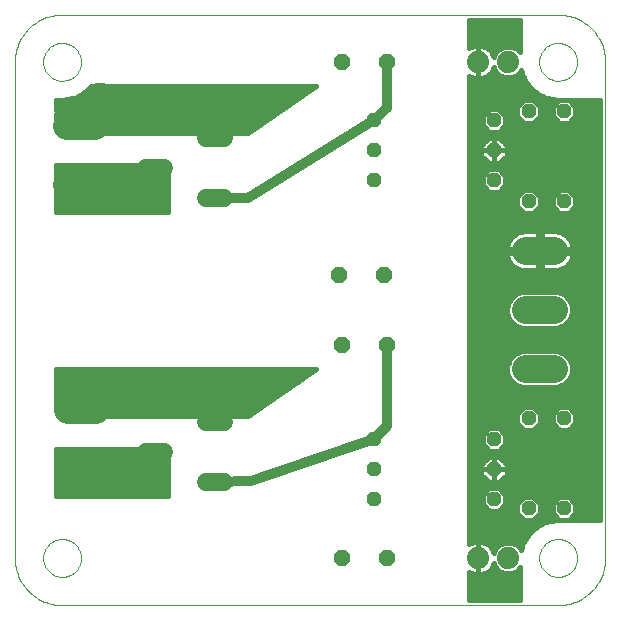
<source format=gbl>
G75*
G70*
%OFA0B0*%
%FSLAX24Y24*%
%IPPOS*%
%LPD*%
%AMOC8*
5,1,8,0,0,1.08239X$1,22.5*
%
%ADD10C,0.0000*%
%ADD11C,0.0937*%
%ADD12OC8,0.0480*%
%ADD13C,0.0740*%
%ADD14OC8,0.0540*%
%ADD15C,0.0600*%
%ADD16C,0.0160*%
%ADD17C,0.0560*%
%ADD18R,0.0356X0.0356*%
%ADD19C,0.0320*%
D10*
X005612Y004990D02*
X005612Y021526D01*
X006557Y021526D02*
X006559Y021576D01*
X006565Y021626D01*
X006575Y021675D01*
X006589Y021723D01*
X006606Y021770D01*
X006627Y021815D01*
X006652Y021859D01*
X006680Y021900D01*
X006712Y021939D01*
X006746Y021976D01*
X006783Y022010D01*
X006823Y022040D01*
X006865Y022067D01*
X006909Y022091D01*
X006955Y022112D01*
X007002Y022128D01*
X007050Y022141D01*
X007100Y022150D01*
X007149Y022155D01*
X007200Y022156D01*
X007250Y022153D01*
X007299Y022146D01*
X007348Y022135D01*
X007396Y022120D01*
X007442Y022102D01*
X007487Y022080D01*
X007530Y022054D01*
X007571Y022025D01*
X007610Y021993D01*
X007646Y021958D01*
X007678Y021920D01*
X007708Y021880D01*
X007735Y021837D01*
X007758Y021793D01*
X007777Y021747D01*
X007793Y021699D01*
X007805Y021650D01*
X007813Y021601D01*
X007817Y021551D01*
X007817Y021501D01*
X007813Y021451D01*
X007805Y021402D01*
X007793Y021353D01*
X007777Y021305D01*
X007758Y021259D01*
X007735Y021215D01*
X007708Y021172D01*
X007678Y021132D01*
X007646Y021094D01*
X007610Y021059D01*
X007571Y021027D01*
X007530Y020998D01*
X007487Y020972D01*
X007442Y020950D01*
X007396Y020932D01*
X007348Y020917D01*
X007299Y020906D01*
X007250Y020899D01*
X007200Y020896D01*
X007149Y020897D01*
X007100Y020902D01*
X007050Y020911D01*
X007002Y020924D01*
X006955Y020940D01*
X006909Y020961D01*
X006865Y020985D01*
X006823Y021012D01*
X006783Y021042D01*
X006746Y021076D01*
X006712Y021113D01*
X006680Y021152D01*
X006652Y021193D01*
X006627Y021237D01*
X006606Y021282D01*
X006589Y021329D01*
X006575Y021377D01*
X006565Y021426D01*
X006559Y021476D01*
X006557Y021526D01*
X005612Y021526D02*
X005614Y021603D01*
X005620Y021680D01*
X005629Y021757D01*
X005642Y021833D01*
X005659Y021909D01*
X005680Y021983D01*
X005704Y022057D01*
X005732Y022129D01*
X005763Y022199D01*
X005798Y022268D01*
X005836Y022336D01*
X005877Y022401D01*
X005922Y022464D01*
X005970Y022525D01*
X006020Y022584D01*
X006073Y022640D01*
X006129Y022693D01*
X006188Y022743D01*
X006249Y022791D01*
X006312Y022836D01*
X006377Y022877D01*
X006445Y022915D01*
X006514Y022950D01*
X006584Y022981D01*
X006656Y023009D01*
X006730Y023033D01*
X006804Y023054D01*
X006880Y023071D01*
X006956Y023084D01*
X007033Y023093D01*
X007110Y023099D01*
X007187Y023101D01*
X023722Y023101D01*
X023092Y021526D02*
X023094Y021576D01*
X023100Y021626D01*
X023110Y021675D01*
X023124Y021723D01*
X023141Y021770D01*
X023162Y021815D01*
X023187Y021859D01*
X023215Y021900D01*
X023247Y021939D01*
X023281Y021976D01*
X023318Y022010D01*
X023358Y022040D01*
X023400Y022067D01*
X023444Y022091D01*
X023490Y022112D01*
X023537Y022128D01*
X023585Y022141D01*
X023635Y022150D01*
X023684Y022155D01*
X023735Y022156D01*
X023785Y022153D01*
X023834Y022146D01*
X023883Y022135D01*
X023931Y022120D01*
X023977Y022102D01*
X024022Y022080D01*
X024065Y022054D01*
X024106Y022025D01*
X024145Y021993D01*
X024181Y021958D01*
X024213Y021920D01*
X024243Y021880D01*
X024270Y021837D01*
X024293Y021793D01*
X024312Y021747D01*
X024328Y021699D01*
X024340Y021650D01*
X024348Y021601D01*
X024352Y021551D01*
X024352Y021501D01*
X024348Y021451D01*
X024340Y021402D01*
X024328Y021353D01*
X024312Y021305D01*
X024293Y021259D01*
X024270Y021215D01*
X024243Y021172D01*
X024213Y021132D01*
X024181Y021094D01*
X024145Y021059D01*
X024106Y021027D01*
X024065Y020998D01*
X024022Y020972D01*
X023977Y020950D01*
X023931Y020932D01*
X023883Y020917D01*
X023834Y020906D01*
X023785Y020899D01*
X023735Y020896D01*
X023684Y020897D01*
X023635Y020902D01*
X023585Y020911D01*
X023537Y020924D01*
X023490Y020940D01*
X023444Y020961D01*
X023400Y020985D01*
X023358Y021012D01*
X023318Y021042D01*
X023281Y021076D01*
X023247Y021113D01*
X023215Y021152D01*
X023187Y021193D01*
X023162Y021237D01*
X023141Y021282D01*
X023124Y021329D01*
X023110Y021377D01*
X023100Y021426D01*
X023094Y021476D01*
X023092Y021526D01*
X023722Y023101D02*
X023799Y023099D01*
X023876Y023093D01*
X023953Y023084D01*
X024029Y023071D01*
X024105Y023054D01*
X024179Y023033D01*
X024253Y023009D01*
X024325Y022981D01*
X024395Y022950D01*
X024464Y022915D01*
X024532Y022877D01*
X024597Y022836D01*
X024660Y022791D01*
X024721Y022743D01*
X024780Y022693D01*
X024836Y022640D01*
X024889Y022584D01*
X024939Y022525D01*
X024987Y022464D01*
X025032Y022401D01*
X025073Y022336D01*
X025111Y022268D01*
X025146Y022199D01*
X025177Y022129D01*
X025205Y022057D01*
X025229Y021983D01*
X025250Y021909D01*
X025267Y021833D01*
X025280Y021757D01*
X025289Y021680D01*
X025295Y021603D01*
X025297Y021526D01*
X025297Y004990D01*
X023092Y004990D02*
X023094Y005040D01*
X023100Y005090D01*
X023110Y005139D01*
X023124Y005187D01*
X023141Y005234D01*
X023162Y005279D01*
X023187Y005323D01*
X023215Y005364D01*
X023247Y005403D01*
X023281Y005440D01*
X023318Y005474D01*
X023358Y005504D01*
X023400Y005531D01*
X023444Y005555D01*
X023490Y005576D01*
X023537Y005592D01*
X023585Y005605D01*
X023635Y005614D01*
X023684Y005619D01*
X023735Y005620D01*
X023785Y005617D01*
X023834Y005610D01*
X023883Y005599D01*
X023931Y005584D01*
X023977Y005566D01*
X024022Y005544D01*
X024065Y005518D01*
X024106Y005489D01*
X024145Y005457D01*
X024181Y005422D01*
X024213Y005384D01*
X024243Y005344D01*
X024270Y005301D01*
X024293Y005257D01*
X024312Y005211D01*
X024328Y005163D01*
X024340Y005114D01*
X024348Y005065D01*
X024352Y005015D01*
X024352Y004965D01*
X024348Y004915D01*
X024340Y004866D01*
X024328Y004817D01*
X024312Y004769D01*
X024293Y004723D01*
X024270Y004679D01*
X024243Y004636D01*
X024213Y004596D01*
X024181Y004558D01*
X024145Y004523D01*
X024106Y004491D01*
X024065Y004462D01*
X024022Y004436D01*
X023977Y004414D01*
X023931Y004396D01*
X023883Y004381D01*
X023834Y004370D01*
X023785Y004363D01*
X023735Y004360D01*
X023684Y004361D01*
X023635Y004366D01*
X023585Y004375D01*
X023537Y004388D01*
X023490Y004404D01*
X023444Y004425D01*
X023400Y004449D01*
X023358Y004476D01*
X023318Y004506D01*
X023281Y004540D01*
X023247Y004577D01*
X023215Y004616D01*
X023187Y004657D01*
X023162Y004701D01*
X023141Y004746D01*
X023124Y004793D01*
X023110Y004841D01*
X023100Y004890D01*
X023094Y004940D01*
X023092Y004990D01*
X023722Y003415D02*
X023799Y003417D01*
X023876Y003423D01*
X023953Y003432D01*
X024029Y003445D01*
X024105Y003462D01*
X024179Y003483D01*
X024253Y003507D01*
X024325Y003535D01*
X024395Y003566D01*
X024464Y003601D01*
X024532Y003639D01*
X024597Y003680D01*
X024660Y003725D01*
X024721Y003773D01*
X024780Y003823D01*
X024836Y003876D01*
X024889Y003932D01*
X024939Y003991D01*
X024987Y004052D01*
X025032Y004115D01*
X025073Y004180D01*
X025111Y004248D01*
X025146Y004317D01*
X025177Y004387D01*
X025205Y004459D01*
X025229Y004533D01*
X025250Y004607D01*
X025267Y004683D01*
X025280Y004759D01*
X025289Y004836D01*
X025295Y004913D01*
X025297Y004990D01*
X023722Y003416D02*
X007187Y003416D01*
X006557Y004990D02*
X006559Y005040D01*
X006565Y005090D01*
X006575Y005139D01*
X006589Y005187D01*
X006606Y005234D01*
X006627Y005279D01*
X006652Y005323D01*
X006680Y005364D01*
X006712Y005403D01*
X006746Y005440D01*
X006783Y005474D01*
X006823Y005504D01*
X006865Y005531D01*
X006909Y005555D01*
X006955Y005576D01*
X007002Y005592D01*
X007050Y005605D01*
X007100Y005614D01*
X007149Y005619D01*
X007200Y005620D01*
X007250Y005617D01*
X007299Y005610D01*
X007348Y005599D01*
X007396Y005584D01*
X007442Y005566D01*
X007487Y005544D01*
X007530Y005518D01*
X007571Y005489D01*
X007610Y005457D01*
X007646Y005422D01*
X007678Y005384D01*
X007708Y005344D01*
X007735Y005301D01*
X007758Y005257D01*
X007777Y005211D01*
X007793Y005163D01*
X007805Y005114D01*
X007813Y005065D01*
X007817Y005015D01*
X007817Y004965D01*
X007813Y004915D01*
X007805Y004866D01*
X007793Y004817D01*
X007777Y004769D01*
X007758Y004723D01*
X007735Y004679D01*
X007708Y004636D01*
X007678Y004596D01*
X007646Y004558D01*
X007610Y004523D01*
X007571Y004491D01*
X007530Y004462D01*
X007487Y004436D01*
X007442Y004414D01*
X007396Y004396D01*
X007348Y004381D01*
X007299Y004370D01*
X007250Y004363D01*
X007200Y004360D01*
X007149Y004361D01*
X007100Y004366D01*
X007050Y004375D01*
X007002Y004388D01*
X006955Y004404D01*
X006909Y004425D01*
X006865Y004449D01*
X006823Y004476D01*
X006783Y004506D01*
X006746Y004540D01*
X006712Y004577D01*
X006680Y004616D01*
X006652Y004657D01*
X006627Y004701D01*
X006606Y004746D01*
X006589Y004793D01*
X006575Y004841D01*
X006565Y004890D01*
X006559Y004940D01*
X006557Y004990D01*
X005612Y004990D02*
X005614Y004913D01*
X005620Y004836D01*
X005629Y004759D01*
X005642Y004683D01*
X005659Y004607D01*
X005680Y004533D01*
X005704Y004459D01*
X005732Y004387D01*
X005763Y004317D01*
X005798Y004248D01*
X005836Y004180D01*
X005877Y004115D01*
X005922Y004052D01*
X005970Y003991D01*
X006020Y003932D01*
X006073Y003876D01*
X006129Y003823D01*
X006188Y003773D01*
X006249Y003725D01*
X006312Y003680D01*
X006377Y003639D01*
X006445Y003601D01*
X006514Y003566D01*
X006584Y003535D01*
X006656Y003507D01*
X006730Y003483D01*
X006804Y003462D01*
X006880Y003445D01*
X006956Y003432D01*
X007033Y003423D01*
X007110Y003417D01*
X007187Y003415D01*
D11*
X007375Y007943D02*
X008312Y007943D01*
X008312Y009912D02*
X007375Y009912D01*
X007363Y017419D02*
X008300Y017419D01*
X008300Y019387D02*
X007363Y019387D01*
X022643Y015227D02*
X023580Y015227D01*
X023580Y013258D02*
X022643Y013258D01*
X022643Y011290D02*
X023580Y011290D01*
D12*
X023919Y009640D03*
X022738Y009640D03*
X021588Y008943D03*
X021588Y007943D03*
X021588Y006943D03*
X022738Y006640D03*
X023919Y006640D03*
X017588Y006943D03*
X017588Y007943D03*
X017588Y008943D03*
X022738Y016876D03*
X023919Y016876D03*
X021588Y017573D03*
X021588Y018573D03*
X021588Y019573D03*
X022738Y019876D03*
X023919Y019876D03*
X017588Y019573D03*
X017588Y018573D03*
X017588Y017573D03*
D13*
X021057Y021526D03*
X022057Y021526D03*
X022057Y004990D03*
X021057Y004990D03*
D14*
X018029Y004990D03*
X016529Y004990D03*
X016529Y012077D03*
X018029Y012077D03*
X017931Y014439D03*
X016431Y014439D03*
X016529Y021526D03*
X018029Y021526D03*
D15*
X012589Y018983D02*
X011989Y018983D01*
X010589Y017983D02*
X009989Y017983D01*
X011989Y016983D02*
X012589Y016983D01*
X012589Y009534D02*
X011989Y009534D01*
X010589Y008534D02*
X009989Y008534D01*
X011989Y007534D02*
X012589Y007534D01*
D16*
X010730Y007537D02*
X008818Y007537D01*
X008801Y007515D02*
X008853Y007582D01*
X008895Y007656D01*
X008928Y007734D01*
X008950Y007816D01*
X008959Y007885D01*
X007902Y007885D01*
X007902Y008001D01*
X008959Y008001D01*
X008950Y008070D01*
X008928Y008152D01*
X008895Y008231D01*
X008853Y008304D01*
X008801Y008372D01*
X008741Y008432D01*
X008673Y008484D01*
X008600Y008526D01*
X008521Y008559D01*
X008439Y008581D01*
X008355Y008592D01*
X007901Y008592D01*
X007901Y008001D01*
X007786Y008001D01*
X007786Y008592D01*
X007333Y008592D01*
X007248Y008581D01*
X007166Y008559D01*
X007088Y008526D01*
X007014Y008484D01*
X006990Y008465D01*
X006990Y008632D01*
X009519Y008632D01*
X009509Y008572D01*
X009509Y008554D01*
X010269Y008554D01*
X010269Y008514D01*
X009509Y008514D01*
X009509Y008496D01*
X009521Y008421D01*
X009544Y008349D01*
X009578Y008282D01*
X009623Y008221D01*
X009676Y008168D01*
X009737Y008123D01*
X009805Y008089D01*
X009877Y008066D01*
X009951Y008054D01*
X010269Y008054D01*
X010269Y008514D01*
X010309Y008514D01*
X010309Y008554D01*
X010730Y008554D01*
X010730Y008514D01*
X010309Y008514D01*
X010309Y008054D01*
X010627Y008054D01*
X010701Y008066D01*
X010730Y008075D01*
X010730Y007057D01*
X006990Y007057D01*
X006990Y007422D01*
X007014Y007403D01*
X007088Y007360D01*
X007166Y007328D01*
X007248Y007306D01*
X007333Y007295D01*
X007786Y007295D01*
X007786Y007885D01*
X007901Y007885D01*
X007901Y007295D01*
X008355Y007295D01*
X008439Y007306D01*
X008521Y007328D01*
X008600Y007360D01*
X008673Y007403D01*
X008741Y007455D01*
X008801Y007515D01*
X008911Y007695D02*
X010730Y007695D01*
X010730Y007854D02*
X008955Y007854D01*
X008957Y008012D02*
X010730Y008012D01*
X010309Y008171D02*
X010269Y008171D01*
X010269Y008329D02*
X010309Y008329D01*
X010309Y008488D02*
X010269Y008488D01*
X009673Y008171D02*
X008920Y008171D01*
X008833Y008329D02*
X009555Y008329D01*
X009510Y008488D02*
X008666Y008488D01*
X007901Y008488D02*
X007786Y008488D01*
X007786Y008329D02*
X007901Y008329D01*
X007901Y008171D02*
X007786Y008171D01*
X007786Y008012D02*
X007901Y008012D01*
X007786Y008001D02*
X007786Y007885D01*
X006990Y007885D01*
X006990Y008001D01*
X007786Y008001D01*
X007786Y007854D02*
X007901Y007854D01*
X007901Y007695D02*
X007786Y007695D01*
X007786Y007537D02*
X007901Y007537D01*
X007901Y007378D02*
X007786Y007378D01*
X007057Y007378D02*
X006990Y007378D01*
X006990Y007220D02*
X010730Y007220D01*
X010730Y007378D02*
X008631Y007378D01*
X006990Y007061D02*
X010730Y007061D01*
X012269Y009749D02*
X012269Y010014D01*
X011951Y010014D01*
X011877Y010002D01*
X011805Y009979D01*
X011737Y009944D01*
X011676Y009900D01*
X011623Y009846D01*
X011578Y009785D01*
X011571Y009771D01*
X008958Y009851D01*
X008959Y009854D01*
X008868Y009854D01*
X007902Y009884D01*
X007902Y009969D01*
X008959Y009969D01*
X008950Y010038D01*
X008928Y010121D01*
X008895Y010199D01*
X008853Y010273D01*
X008801Y010340D01*
X008741Y010400D01*
X008673Y010452D01*
X008600Y010495D01*
X008521Y010527D01*
X008439Y010549D01*
X008355Y010560D01*
X007901Y010560D01*
X007901Y009969D01*
X007786Y009969D01*
X007786Y009887D01*
X006990Y009912D01*
X006990Y009969D01*
X007786Y009969D01*
X007786Y010560D01*
X007333Y010560D01*
X007248Y010549D01*
X007166Y010527D01*
X007088Y010495D01*
X007014Y010452D01*
X006990Y010433D01*
X006990Y011290D01*
X015651Y011290D01*
X013387Y009715D01*
X013030Y009726D01*
X013000Y009785D01*
X012955Y009846D01*
X012902Y009900D01*
X012841Y009944D01*
X012773Y009979D01*
X012701Y010002D01*
X012627Y010014D01*
X012309Y010014D01*
X012309Y009748D01*
X012269Y009749D01*
X012269Y009756D02*
X012309Y009756D01*
X012309Y009914D02*
X012269Y009914D01*
X011696Y009914D02*
X007902Y009914D01*
X007786Y009914D02*
X006990Y009914D01*
X006990Y010548D02*
X007245Y010548D01*
X006990Y010707D02*
X014813Y010707D01*
X015041Y010865D02*
X006990Y010865D01*
X006990Y011024D02*
X015269Y011024D01*
X015497Y011182D02*
X006990Y011182D01*
X007786Y010548D02*
X007901Y010548D01*
X007901Y010390D02*
X007786Y010390D01*
X007786Y010231D02*
X007901Y010231D01*
X007901Y010073D02*
X007786Y010073D01*
X008443Y010548D02*
X014585Y010548D01*
X014357Y010390D02*
X008751Y010390D01*
X008877Y010231D02*
X014130Y010231D01*
X013902Y010073D02*
X008940Y010073D01*
X007021Y008488D02*
X006990Y008488D01*
X012882Y009914D02*
X013674Y009914D01*
X013446Y009756D02*
X013015Y009756D01*
X013289Y009912D02*
X013289Y010896D01*
X014273Y010699D01*
X020769Y010707D02*
X022461Y010707D01*
X022522Y010681D02*
X022299Y010774D01*
X022127Y010945D01*
X022035Y011169D01*
X022035Y011411D01*
X022127Y011634D01*
X022299Y011805D01*
X022522Y011898D01*
X023701Y011898D01*
X023925Y011805D01*
X024096Y011634D01*
X024189Y011411D01*
X024189Y011169D01*
X024096Y010945D01*
X023925Y010774D01*
X023701Y010681D01*
X022522Y010681D01*
X022207Y010865D02*
X020769Y010865D01*
X020769Y011024D02*
X022095Y011024D01*
X022035Y011182D02*
X020769Y011182D01*
X020769Y011341D02*
X022035Y011341D01*
X022071Y011499D02*
X020769Y011499D01*
X020769Y011658D02*
X022151Y011658D01*
X022324Y011816D02*
X020769Y011816D01*
X020769Y011975D02*
X025117Y011975D01*
X025117Y012133D02*
X020769Y012133D01*
X020769Y012292D02*
X025117Y012292D01*
X025117Y012450D02*
X020769Y012450D01*
X020769Y012609D02*
X025117Y012609D01*
X025117Y012767D02*
X023950Y012767D01*
X023925Y012742D02*
X024096Y012913D01*
X024189Y013137D01*
X024189Y013379D01*
X024096Y013603D01*
X023925Y013774D01*
X023701Y013867D01*
X022522Y013867D01*
X022299Y013774D01*
X022127Y013603D01*
X022035Y013379D01*
X022035Y013137D01*
X022127Y012913D01*
X022299Y012742D01*
X022522Y012650D01*
X023701Y012650D01*
X023925Y012742D01*
X024101Y012926D02*
X025117Y012926D01*
X025117Y013084D02*
X024167Y013084D01*
X024189Y013243D02*
X025117Y013243D01*
X025117Y013401D02*
X024180Y013401D01*
X024114Y013560D02*
X025117Y013560D01*
X025117Y013718D02*
X023981Y013718D01*
X023707Y014589D02*
X023789Y014611D01*
X023868Y014644D01*
X023941Y014686D01*
X024009Y014738D01*
X024069Y014798D01*
X024121Y014866D01*
X024163Y014939D01*
X024196Y015018D01*
X024218Y015100D01*
X024227Y015169D01*
X023170Y015169D01*
X023170Y015284D01*
X024227Y015284D01*
X024218Y015353D01*
X024196Y015436D01*
X024163Y015514D01*
X024121Y015588D01*
X024069Y015655D01*
X024009Y015715D01*
X023941Y015767D01*
X023868Y015810D01*
X023789Y015842D01*
X023707Y015864D01*
X023623Y015875D01*
X023170Y015875D01*
X023170Y015284D01*
X023054Y015284D01*
X023054Y015169D01*
X021997Y015169D01*
X022006Y015100D01*
X022028Y015018D01*
X022060Y014939D01*
X022103Y014866D01*
X022155Y014798D01*
X022215Y014738D01*
X022282Y014686D01*
X022356Y014644D01*
X022434Y014611D01*
X022517Y014589D01*
X022601Y014578D01*
X023054Y014578D01*
X023054Y015169D01*
X023170Y015169D01*
X023170Y014578D01*
X023623Y014578D01*
X023707Y014589D01*
X023912Y014669D02*
X025117Y014669D01*
X025117Y014511D02*
X020769Y014511D01*
X020769Y014669D02*
X022312Y014669D01*
X022132Y014828D02*
X020769Y014828D01*
X020769Y014986D02*
X022041Y014986D01*
X022000Y015145D02*
X020769Y015145D01*
X020769Y015303D02*
X021999Y015303D01*
X021997Y015284D02*
X023054Y015284D01*
X023054Y015875D01*
X022601Y015875D01*
X022517Y015864D01*
X022434Y015842D01*
X022356Y015810D01*
X022282Y015767D01*
X022215Y015715D01*
X022155Y015655D01*
X022103Y015588D01*
X022060Y015514D01*
X022028Y015436D01*
X022006Y015353D01*
X021997Y015284D01*
X022039Y015462D02*
X020769Y015462D01*
X020769Y015620D02*
X022128Y015620D01*
X022302Y015779D02*
X020769Y015779D01*
X020769Y015937D02*
X025117Y015937D01*
X025117Y015779D02*
X023921Y015779D01*
X024096Y015620D02*
X025117Y015620D01*
X025117Y015462D02*
X024185Y015462D01*
X024224Y015303D02*
X025117Y015303D01*
X025117Y015145D02*
X024224Y015145D01*
X024183Y014986D02*
X025117Y014986D01*
X025117Y014828D02*
X024092Y014828D01*
X023170Y014828D02*
X023054Y014828D01*
X023054Y014986D02*
X023170Y014986D01*
X023170Y015145D02*
X023054Y015145D01*
X023054Y015303D02*
X023170Y015303D01*
X023170Y015462D02*
X023054Y015462D01*
X023054Y015620D02*
X023170Y015620D01*
X023170Y015779D02*
X023054Y015779D01*
X022895Y016496D02*
X022580Y016496D01*
X022358Y016719D01*
X022358Y017034D01*
X022580Y017256D01*
X022895Y017256D01*
X023118Y017034D01*
X023118Y016719D01*
X022895Y016496D01*
X022970Y016571D02*
X023687Y016571D01*
X023761Y016496D02*
X023539Y016719D01*
X023539Y017034D01*
X023761Y017256D01*
X024076Y017256D01*
X024299Y017034D01*
X024299Y016719D01*
X024076Y016496D01*
X023761Y016496D01*
X023539Y016730D02*
X023118Y016730D01*
X023118Y016888D02*
X023539Y016888D01*
X023552Y017047D02*
X023105Y017047D01*
X022946Y017205D02*
X023710Y017205D01*
X024127Y017205D02*
X025117Y017205D01*
X025117Y017047D02*
X024286Y017047D01*
X024299Y016888D02*
X025117Y016888D01*
X025117Y016730D02*
X024299Y016730D01*
X024151Y016571D02*
X025117Y016571D01*
X025117Y016413D02*
X020769Y016413D01*
X020769Y016571D02*
X022506Y016571D01*
X022358Y016730D02*
X020769Y016730D01*
X020769Y016888D02*
X022358Y016888D01*
X022371Y017047D02*
X020769Y017047D01*
X020769Y017205D02*
X021419Y017205D01*
X021431Y017193D02*
X021746Y017193D01*
X021968Y017416D01*
X021968Y017730D01*
X021746Y017953D01*
X021431Y017953D01*
X021208Y017730D01*
X021208Y017416D01*
X021431Y017193D01*
X021260Y017364D02*
X020769Y017364D01*
X020769Y017522D02*
X021208Y017522D01*
X021208Y017681D02*
X020769Y017681D01*
X020769Y017839D02*
X021317Y017839D01*
X021414Y018153D02*
X021168Y018399D01*
X021168Y018573D01*
X021588Y018573D01*
X021588Y018573D01*
X021588Y018573D01*
X021588Y018153D01*
X021414Y018153D01*
X021411Y018156D02*
X020769Y018156D01*
X020769Y017998D02*
X025117Y017998D01*
X025117Y018156D02*
X021765Y018156D01*
X021762Y018153D02*
X022008Y018399D01*
X022008Y018573D01*
X021588Y018573D01*
X021168Y018573D01*
X021168Y018747D01*
X021414Y018993D01*
X021588Y018993D01*
X021588Y018573D01*
X021588Y018573D01*
X021588Y018153D01*
X021762Y018153D01*
X021588Y018156D02*
X021588Y018156D01*
X021588Y018315D02*
X021588Y018315D01*
X021588Y018473D02*
X021588Y018473D01*
X021588Y018573D02*
X021588Y018573D01*
X021588Y018993D01*
X021762Y018993D01*
X022008Y018747D01*
X022008Y018573D01*
X021588Y018573D01*
X021588Y018632D02*
X021588Y018632D01*
X021588Y018790D02*
X021588Y018790D01*
X021588Y018949D02*
X021588Y018949D01*
X021370Y018949D02*
X020769Y018949D01*
X020769Y019107D02*
X025117Y019107D01*
X025117Y018949D02*
X021807Y018949D01*
X021965Y018790D02*
X025117Y018790D01*
X025117Y018632D02*
X022008Y018632D01*
X022008Y018473D02*
X025117Y018473D01*
X025117Y018315D02*
X021924Y018315D01*
X021860Y017839D02*
X025117Y017839D01*
X025117Y017681D02*
X021968Y017681D01*
X021968Y017522D02*
X025117Y017522D01*
X025117Y017364D02*
X021916Y017364D01*
X021758Y017205D02*
X022529Y017205D01*
X021253Y018315D02*
X020769Y018315D01*
X020769Y018473D02*
X021168Y018473D01*
X021168Y018632D02*
X020769Y018632D01*
X020769Y018790D02*
X021211Y018790D01*
X021431Y019193D02*
X021746Y019193D01*
X021968Y019416D01*
X021968Y019730D01*
X021746Y019953D01*
X021431Y019953D01*
X021208Y019730D01*
X021208Y019416D01*
X021431Y019193D01*
X021358Y019266D02*
X020769Y019266D01*
X020769Y019424D02*
X021208Y019424D01*
X021208Y019583D02*
X020769Y019583D01*
X020769Y019741D02*
X021219Y019741D01*
X021377Y019900D02*
X020769Y019900D01*
X020769Y020058D02*
X022382Y020058D01*
X022358Y020034D02*
X022358Y019719D01*
X022580Y019496D01*
X022895Y019496D01*
X023118Y019719D01*
X023118Y020034D01*
X022895Y020256D01*
X022580Y020256D01*
X022358Y020034D01*
X022358Y019900D02*
X021799Y019900D01*
X021958Y019741D02*
X022358Y019741D01*
X022494Y019583D02*
X021968Y019583D01*
X021968Y019424D02*
X025117Y019424D01*
X025117Y019266D02*
X021818Y019266D01*
X022541Y020217D02*
X020769Y020217D01*
X020769Y020375D02*
X023204Y020375D01*
X023198Y020379D02*
X023222Y020365D01*
X023228Y020367D01*
X023336Y020327D01*
X023340Y020321D01*
X023367Y020316D01*
X023392Y020306D01*
X023398Y020309D01*
X023511Y020284D01*
X023515Y020279D01*
X023543Y020277D01*
X023569Y020272D01*
X023575Y020275D01*
X023687Y020267D01*
X023689Y020265D01*
X023719Y020265D01*
X023749Y020263D01*
X023752Y020265D01*
X025117Y020265D01*
X025117Y006252D01*
X023752Y006252D01*
X023749Y006254D01*
X023719Y006252D01*
X023689Y006252D01*
X023687Y006249D01*
X023575Y006241D01*
X023569Y006245D01*
X023543Y006239D01*
X023515Y006237D01*
X023511Y006232D01*
X023398Y006208D01*
X023392Y006210D01*
X023367Y006201D01*
X023340Y006195D01*
X023336Y006189D01*
X023228Y006149D01*
X023222Y006151D01*
X023198Y006138D01*
X023172Y006128D01*
X023170Y006122D01*
X023069Y006067D01*
X023062Y006068D01*
X023040Y006051D01*
X023016Y006038D01*
X023014Y006032D01*
X022922Y005963D01*
X022915Y005963D01*
X022896Y005944D01*
X022874Y005927D01*
X022873Y005921D01*
X022792Y005839D01*
X022785Y005838D01*
X022769Y005816D01*
X022749Y005797D01*
X022749Y005791D01*
X022680Y005698D01*
X022674Y005696D01*
X022661Y005672D01*
X022645Y005650D01*
X022645Y005644D01*
X022590Y005543D01*
X022584Y005540D01*
X022575Y005514D01*
X022562Y005490D01*
X022563Y005484D01*
X022523Y005376D01*
X022518Y005373D01*
X022512Y005346D01*
X022502Y005320D01*
X022505Y005314D01*
X022495Y005266D01*
X022489Y005279D01*
X022346Y005423D01*
X022158Y005500D01*
X021955Y005500D01*
X021768Y005423D01*
X021624Y005279D01*
X021578Y005167D01*
X021566Y005202D01*
X021527Y005279D01*
X021476Y005349D01*
X021415Y005410D01*
X021345Y005461D01*
X021268Y005500D01*
X021185Y005527D01*
X021100Y005540D01*
X021057Y005540D01*
X021057Y004990D01*
X021057Y004440D01*
X021100Y004440D01*
X021185Y004454D01*
X021268Y004481D01*
X021345Y004520D01*
X021415Y004571D01*
X021476Y004632D01*
X021527Y004702D01*
X021566Y004779D01*
X021578Y004814D01*
X021624Y004702D01*
X021768Y004558D01*
X021955Y004480D01*
X022158Y004480D01*
X022346Y004558D01*
X022461Y004673D01*
X022461Y003596D01*
X020769Y003596D01*
X020769Y004520D01*
X020846Y004481D01*
X020928Y004454D01*
X021013Y004440D01*
X021057Y004440D01*
X021057Y004990D01*
X021057Y004990D01*
X021057Y004990D01*
X021057Y005540D01*
X021013Y005540D01*
X020928Y005527D01*
X020846Y005500D01*
X020769Y005461D01*
X020769Y021055D01*
X020846Y021016D01*
X020928Y020989D01*
X021013Y020976D01*
X021057Y020976D01*
X021100Y020976D01*
X021185Y020989D01*
X021268Y021016D01*
X021345Y021055D01*
X021415Y021106D01*
X021476Y021168D01*
X021694Y021168D01*
X021624Y021237D02*
X021768Y021093D01*
X021955Y021016D01*
X022158Y021016D01*
X022346Y021093D01*
X022489Y021237D01*
X022495Y021250D01*
X022505Y021202D01*
X022502Y021196D01*
X022512Y021170D01*
X022518Y021144D01*
X022523Y021140D01*
X022563Y021032D01*
X022562Y021026D01*
X022575Y021002D01*
X022584Y020976D01*
X022590Y020973D01*
X022645Y020872D01*
X022645Y020866D01*
X022661Y020844D01*
X022674Y020820D01*
X022680Y020818D01*
X022749Y020726D01*
X022749Y020719D01*
X022769Y020700D01*
X022785Y020678D01*
X022792Y020677D01*
X022873Y020595D01*
X022874Y020589D01*
X022896Y020573D01*
X022915Y020553D01*
X022922Y020553D01*
X023014Y020484D01*
X023016Y020478D01*
X023040Y020465D01*
X023062Y020448D01*
X023069Y020449D01*
X023170Y020394D01*
X023172Y020388D01*
X023198Y020379D01*
X022948Y020534D02*
X020769Y020534D01*
X020769Y020692D02*
X022775Y020692D01*
X022656Y020851D02*
X020769Y020851D01*
X020769Y021009D02*
X020867Y021009D01*
X021057Y021009D02*
X021057Y021009D01*
X021057Y020976D02*
X021057Y021526D01*
X021057Y021526D01*
X021057Y022076D01*
X021100Y022076D01*
X021185Y022062D01*
X021268Y022036D01*
X021345Y021996D01*
X021415Y021945D01*
X021476Y021884D01*
X021527Y021814D01*
X021566Y021737D01*
X021578Y021702D01*
X021624Y021815D01*
X021768Y021958D01*
X021955Y022036D01*
X022158Y022036D01*
X022346Y021958D01*
X022461Y021843D01*
X022461Y022921D01*
X020769Y022921D01*
X020769Y021997D01*
X020846Y022036D01*
X020928Y022062D01*
X021013Y022076D01*
X021057Y022076D01*
X021057Y021526D01*
X021057Y021526D01*
X021057Y020976D01*
X021057Y021168D02*
X021057Y021168D01*
X021057Y021326D02*
X021057Y021326D01*
X021057Y021485D02*
X021057Y021485D01*
X021057Y021643D02*
X021057Y021643D01*
X021057Y021802D02*
X021057Y021802D01*
X021057Y021960D02*
X021057Y021960D01*
X020769Y022119D02*
X022461Y022119D01*
X022461Y022277D02*
X020769Y022277D01*
X020769Y022436D02*
X022461Y022436D01*
X022461Y022594D02*
X020769Y022594D01*
X020769Y022753D02*
X022461Y022753D01*
X022461Y022911D02*
X020769Y022911D01*
X021395Y021960D02*
X021772Y021960D01*
X021619Y021802D02*
X021533Y021802D01*
X021578Y021350D02*
X021624Y021237D01*
X021587Y021326D02*
X021570Y021326D01*
X021566Y021315D02*
X021578Y021350D01*
X021566Y021315D02*
X021527Y021238D01*
X021476Y021168D01*
X021246Y021009D02*
X022571Y021009D01*
X022512Y021168D02*
X022420Y021168D01*
X022461Y021960D02*
X022341Y021960D01*
X022935Y020217D02*
X023722Y020217D01*
X023761Y020256D02*
X023539Y020034D01*
X023539Y019719D01*
X023761Y019496D01*
X024076Y019496D01*
X024299Y019719D01*
X024299Y020034D01*
X024076Y020256D01*
X023761Y020256D01*
X023563Y020058D02*
X023093Y020058D01*
X023118Y019900D02*
X023539Y019900D01*
X023539Y019741D02*
X023118Y019741D01*
X022982Y019583D02*
X023675Y019583D01*
X024163Y019583D02*
X025117Y019583D01*
X025117Y019741D02*
X024299Y019741D01*
X024299Y019900D02*
X025117Y019900D01*
X025117Y020058D02*
X024274Y020058D01*
X024116Y020217D02*
X025117Y020217D01*
X025117Y016254D02*
X020769Y016254D01*
X020769Y016096D02*
X025117Y016096D01*
X023170Y014669D02*
X023054Y014669D01*
X022243Y013718D02*
X020769Y013718D01*
X020769Y013560D02*
X022110Y013560D01*
X022044Y013401D02*
X020769Y013401D01*
X020769Y013243D02*
X022035Y013243D01*
X022057Y013084D02*
X020769Y013084D01*
X020769Y012926D02*
X022122Y012926D01*
X022274Y012767D02*
X020769Y012767D01*
X020769Y013877D02*
X025117Y013877D01*
X025117Y014035D02*
X020769Y014035D01*
X020769Y014194D02*
X025117Y014194D01*
X025117Y014352D02*
X020769Y014352D01*
X023899Y011816D02*
X025117Y011816D01*
X025117Y011658D02*
X024073Y011658D01*
X024152Y011499D02*
X025117Y011499D01*
X025117Y011341D02*
X024189Y011341D01*
X024189Y011182D02*
X025117Y011182D01*
X025117Y011024D02*
X024129Y011024D01*
X024016Y010865D02*
X025117Y010865D01*
X025117Y010707D02*
X023763Y010707D01*
X023761Y010020D02*
X023539Y009797D01*
X023539Y009483D01*
X023761Y009260D01*
X024076Y009260D01*
X024299Y009483D01*
X024299Y009797D01*
X024076Y010020D01*
X023761Y010020D01*
X023656Y009914D02*
X023001Y009914D01*
X022895Y010020D02*
X023118Y009797D01*
X023118Y009483D01*
X022895Y009260D01*
X022580Y009260D01*
X022358Y009483D01*
X022358Y009797D01*
X022580Y010020D01*
X022895Y010020D01*
X023118Y009756D02*
X023539Y009756D01*
X023539Y009597D02*
X023118Y009597D01*
X023074Y009439D02*
X023583Y009439D01*
X023741Y009280D02*
X022915Y009280D01*
X022560Y009280D02*
X021789Y009280D01*
X021746Y009323D02*
X021431Y009323D01*
X021208Y009101D01*
X021208Y008786D01*
X021431Y008563D01*
X021746Y008563D01*
X021968Y008786D01*
X021968Y009101D01*
X021746Y009323D01*
X021947Y009122D02*
X025117Y009122D01*
X025117Y009280D02*
X024096Y009280D01*
X024255Y009439D02*
X025117Y009439D01*
X025117Y009597D02*
X024299Y009597D01*
X024299Y009756D02*
X025117Y009756D01*
X025117Y009914D02*
X024182Y009914D01*
X025117Y010073D02*
X020769Y010073D01*
X020769Y010231D02*
X025117Y010231D01*
X025117Y010390D02*
X020769Y010390D01*
X020769Y010548D02*
X025117Y010548D01*
X025117Y008963D02*
X021968Y008963D01*
X021968Y008805D02*
X025117Y008805D01*
X025117Y008646D02*
X021829Y008646D01*
X021762Y008363D02*
X021588Y008363D01*
X021414Y008363D01*
X021168Y008117D01*
X021168Y007943D01*
X021168Y007769D01*
X021414Y007523D01*
X021588Y007523D01*
X021588Y007943D01*
X021168Y007943D01*
X021588Y007943D01*
X021588Y007943D01*
X021588Y007943D01*
X021588Y007523D01*
X021762Y007523D01*
X022008Y007769D01*
X022008Y007943D01*
X021588Y007943D01*
X021588Y008363D01*
X021588Y007943D01*
X021588Y007943D01*
X021588Y007943D01*
X022008Y007943D01*
X022008Y008117D01*
X021762Y008363D01*
X021796Y008329D02*
X025117Y008329D01*
X025117Y008171D02*
X021955Y008171D01*
X022008Y008012D02*
X025117Y008012D01*
X025117Y007854D02*
X022008Y007854D01*
X021934Y007695D02*
X025117Y007695D01*
X025117Y007537D02*
X021776Y007537D01*
X021588Y007537D02*
X021588Y007537D01*
X021588Y007695D02*
X021588Y007695D01*
X021588Y007854D02*
X021588Y007854D01*
X021588Y008012D02*
X021588Y008012D01*
X021588Y008171D02*
X021588Y008171D01*
X021588Y008329D02*
X021588Y008329D01*
X021380Y008329D02*
X020769Y008329D01*
X020769Y008171D02*
X021222Y008171D01*
X021168Y008012D02*
X020769Y008012D01*
X020769Y007854D02*
X021168Y007854D01*
X021242Y007695D02*
X020769Y007695D01*
X020769Y007537D02*
X021401Y007537D01*
X021431Y007323D02*
X021208Y007101D01*
X021208Y006786D01*
X021431Y006563D01*
X021746Y006563D01*
X021968Y006786D01*
X021968Y007101D01*
X021746Y007323D01*
X021431Y007323D01*
X021327Y007220D02*
X020769Y007220D01*
X020769Y007378D02*
X025117Y007378D01*
X025117Y007220D02*
X021849Y007220D01*
X021968Y007061D02*
X025117Y007061D01*
X025117Y006903D02*
X024194Y006903D01*
X024299Y006797D02*
X024076Y007020D01*
X023761Y007020D01*
X023539Y006797D01*
X023539Y006483D01*
X023761Y006260D01*
X024076Y006260D01*
X024299Y006483D01*
X024299Y006797D01*
X024299Y006744D02*
X025117Y006744D01*
X025117Y006586D02*
X024299Y006586D01*
X024243Y006427D02*
X025117Y006427D01*
X025117Y006269D02*
X024085Y006269D01*
X023753Y006269D02*
X022904Y006269D01*
X022895Y006260D02*
X023118Y006483D01*
X023118Y006797D01*
X022895Y007020D01*
X022580Y007020D01*
X022358Y006797D01*
X022358Y006483D01*
X022580Y006260D01*
X022895Y006260D01*
X023062Y006427D02*
X023594Y006427D01*
X023539Y006586D02*
X023118Y006586D01*
X023118Y006744D02*
X023539Y006744D01*
X023644Y006903D02*
X023013Y006903D01*
X022463Y006903D02*
X021968Y006903D01*
X021927Y006744D02*
X022358Y006744D01*
X022358Y006586D02*
X021768Y006586D01*
X021408Y006586D02*
X020769Y006586D01*
X020769Y006744D02*
X021250Y006744D01*
X021208Y006903D02*
X020769Y006903D01*
X020769Y007061D02*
X021208Y007061D01*
X020769Y006427D02*
X022413Y006427D01*
X022572Y006269D02*
X020769Y006269D01*
X020769Y006110D02*
X023147Y006110D01*
X022904Y005952D02*
X020769Y005952D01*
X020769Y005793D02*
X022749Y005793D01*
X022640Y005635D02*
X020769Y005635D01*
X020769Y005476D02*
X020798Y005476D01*
X021057Y005476D02*
X021057Y005476D01*
X021057Y005318D02*
X021057Y005318D01*
X021057Y005159D02*
X021057Y005159D01*
X021057Y005001D02*
X021057Y005001D01*
X021057Y004842D02*
X021057Y004842D01*
X021057Y004684D02*
X021057Y004684D01*
X021057Y004525D02*
X021057Y004525D01*
X021352Y004525D02*
X021847Y004525D01*
X021642Y004684D02*
X021514Y004684D01*
X021499Y005318D02*
X021663Y005318D01*
X021897Y005476D02*
X021315Y005476D01*
X022217Y005476D02*
X022560Y005476D01*
X022503Y005318D02*
X022451Y005318D01*
X022461Y004525D02*
X022266Y004525D01*
X022461Y004367D02*
X020769Y004367D01*
X020769Y004208D02*
X022461Y004208D01*
X022461Y004050D02*
X020769Y004050D01*
X020769Y003891D02*
X022461Y003891D01*
X022461Y003733D02*
X020769Y003733D01*
X020769Y008488D02*
X025117Y008488D01*
X022402Y009439D02*
X020769Y009439D01*
X020769Y009597D02*
X022358Y009597D01*
X022358Y009756D02*
X020769Y009756D01*
X020769Y009914D02*
X022474Y009914D01*
X021388Y009280D02*
X020769Y009280D01*
X020769Y009122D02*
X021229Y009122D01*
X021208Y008963D02*
X020769Y008963D01*
X020769Y008805D02*
X021208Y008805D01*
X021348Y008646D02*
X020769Y008646D01*
X010730Y016506D02*
X006990Y016506D01*
X006990Y016888D01*
X007002Y016878D01*
X007076Y016836D01*
X007154Y016803D01*
X007236Y016781D01*
X007320Y016770D01*
X007774Y016770D01*
X007774Y017361D01*
X007889Y017361D01*
X007889Y016770D01*
X008343Y016770D01*
X008427Y016781D01*
X008509Y016803D01*
X008587Y016836D01*
X008661Y016878D01*
X008729Y016930D01*
X008789Y016990D01*
X008840Y017058D01*
X008883Y017131D01*
X008915Y017210D01*
X008937Y017292D01*
X008946Y017361D01*
X007889Y017361D01*
X007889Y017477D01*
X007774Y017477D01*
X007774Y018067D01*
X007320Y018067D01*
X007236Y018056D01*
X007154Y018034D01*
X007076Y018002D01*
X007002Y017959D01*
X006990Y017950D01*
X006990Y018081D01*
X009519Y018081D01*
X009509Y018020D01*
X009509Y018003D01*
X010269Y018003D01*
X010269Y017963D01*
X009509Y017963D01*
X009509Y017945D01*
X009521Y017870D01*
X009544Y017798D01*
X009578Y017731D01*
X009623Y017670D01*
X009676Y017616D01*
X009737Y017572D01*
X009805Y017538D01*
X009877Y017514D01*
X009951Y017503D01*
X010269Y017503D01*
X010269Y017963D01*
X010309Y017963D01*
X010309Y018003D01*
X010730Y018003D01*
X010730Y017963D01*
X010309Y017963D01*
X010309Y017503D01*
X010627Y017503D01*
X010701Y017514D01*
X010730Y017524D01*
X010730Y016506D01*
X010730Y016571D02*
X006990Y016571D01*
X006990Y016730D02*
X010730Y016730D01*
X010730Y016888D02*
X008674Y016888D01*
X008832Y017047D02*
X010730Y017047D01*
X010730Y017205D02*
X008913Y017205D01*
X008946Y017477D02*
X008937Y017546D01*
X008915Y017628D01*
X008883Y017706D01*
X008840Y017780D01*
X008789Y017847D01*
X008729Y017907D01*
X008661Y017959D01*
X008587Y018002D01*
X008509Y018034D01*
X008427Y018056D01*
X008343Y018067D01*
X007889Y018067D01*
X007889Y017477D01*
X008946Y017477D01*
X008940Y017522D02*
X009853Y017522D01*
X009615Y017681D02*
X008893Y017681D01*
X008795Y017839D02*
X009531Y017839D01*
X010269Y017839D02*
X010309Y017839D01*
X010309Y017681D02*
X010269Y017681D01*
X010269Y017522D02*
X010309Y017522D01*
X010725Y017522D02*
X010730Y017522D01*
X010730Y017364D02*
X007889Y017364D01*
X007774Y017364D02*
X006990Y017364D01*
X006990Y017361D02*
X007774Y017361D01*
X007774Y017477D01*
X006990Y017477D01*
X006990Y017361D01*
X006990Y017998D02*
X007069Y017998D01*
X007774Y017998D02*
X007889Y017998D01*
X007889Y017839D02*
X007774Y017839D01*
X007774Y017681D02*
X007889Y017681D01*
X007889Y017522D02*
X007774Y017522D01*
X007774Y017205D02*
X007889Y017205D01*
X007889Y017047D02*
X007774Y017047D01*
X007774Y016888D02*
X007889Y016888D01*
X008594Y017998D02*
X010269Y017998D01*
X010309Y017998D02*
X010730Y017998D01*
X010073Y019266D02*
X011601Y019266D01*
X011623Y019295D02*
X011578Y019234D01*
X011571Y019220D01*
X008943Y019300D01*
X008946Y019329D01*
X007998Y019329D01*
X007889Y019333D01*
X007889Y019445D01*
X007774Y019445D01*
X007774Y020036D01*
X007320Y020036D01*
X007236Y020025D01*
X007154Y020003D01*
X007076Y019970D01*
X007002Y019928D01*
X006990Y019918D01*
X006990Y020265D01*
X007157Y020265D01*
X007159Y020263D01*
X007189Y020265D01*
X007220Y020265D01*
X007222Y020267D01*
X007334Y020275D01*
X007339Y020272D01*
X007366Y020277D01*
X007393Y020279D01*
X007398Y020284D01*
X007510Y020309D01*
X007516Y020306D01*
X007542Y020316D01*
X007569Y020321D01*
X007572Y020327D01*
X007680Y020367D01*
X007687Y020365D01*
X007711Y020379D01*
X007736Y020388D01*
X007739Y020394D01*
X007840Y020449D01*
X007847Y020448D01*
X007869Y020465D01*
X007893Y020478D01*
X007894Y020484D01*
X007987Y020553D01*
X007993Y020553D01*
X008013Y020573D01*
X008035Y020589D01*
X008035Y020595D01*
X008117Y020677D01*
X008123Y020678D01*
X008140Y020700D01*
X008159Y020719D01*
X008159Y020726D01*
X008169Y020738D01*
X015651Y020738D01*
X013387Y019164D01*
X013030Y019175D01*
X013000Y019234D01*
X012955Y019295D01*
X012902Y019349D01*
X012841Y019393D01*
X012773Y019427D01*
X012701Y019451D01*
X012627Y019463D01*
X012309Y019463D01*
X012309Y019197D01*
X012269Y019198D01*
X012269Y019463D01*
X011951Y019463D01*
X011877Y019451D01*
X011805Y019427D01*
X011737Y019393D01*
X011676Y019349D01*
X011623Y019295D01*
X011798Y019424D02*
X007889Y019424D01*
X007889Y019445D02*
X008946Y019445D01*
X008937Y019514D01*
X008915Y019596D01*
X008883Y019675D01*
X008840Y019748D01*
X008789Y019816D01*
X008729Y019876D01*
X008661Y019928D01*
X008587Y019970D01*
X008509Y020003D01*
X008427Y020025D01*
X008343Y020036D01*
X007889Y020036D01*
X007889Y019445D01*
X007774Y019445D02*
X007774Y019336D01*
X006990Y019360D01*
X006990Y019445D01*
X007774Y019445D01*
X007774Y019424D02*
X006990Y019424D01*
X006990Y020058D02*
X014673Y020058D01*
X014470Y020148D02*
X013289Y020345D01*
X013289Y019360D01*
X013534Y019266D02*
X012977Y019266D01*
X012780Y019424D02*
X013762Y019424D01*
X013990Y019583D02*
X008919Y019583D01*
X008845Y019741D02*
X014218Y019741D01*
X014445Y019900D02*
X008698Y019900D01*
X007961Y020534D02*
X015357Y020534D01*
X015585Y020692D02*
X008134Y020692D01*
X007704Y020375D02*
X015129Y020375D01*
X014901Y020217D02*
X006990Y020217D01*
X007774Y019900D02*
X007889Y019900D01*
X007889Y019741D02*
X007774Y019741D01*
X007774Y019583D02*
X007889Y019583D01*
X012269Y019424D02*
X012309Y019424D01*
X012309Y019266D02*
X012269Y019266D01*
D17*
X011911Y019360D02*
X012895Y019557D01*
X009746Y019754D01*
X008565Y019853D01*
X007482Y019853D01*
X007187Y019754D01*
X007187Y019360D01*
X007974Y019360D01*
X007383Y019754D01*
X007831Y019387D01*
X007777Y019360D02*
X011911Y019360D01*
X013289Y019360D01*
X010533Y017983D02*
X010533Y017786D01*
X010139Y017786D01*
X007187Y017392D01*
X007383Y017589D01*
X007777Y017392D01*
X008761Y017589D01*
X008565Y017392D01*
X007659Y017353D01*
X007187Y017392D02*
X007187Y016801D01*
X007580Y016801D02*
X007187Y017392D01*
X010435Y017687D01*
X008663Y017097D01*
X007580Y016801D01*
X007187Y017195D02*
X009057Y017884D01*
X010238Y017884D01*
X009647Y017884D01*
X009352Y017786D01*
X010139Y017786D01*
X010289Y017983D01*
X010533Y017983D01*
X010533Y017786D02*
X010533Y016998D01*
X009352Y017786D02*
X007187Y017392D01*
X007187Y017786D01*
X008368Y017786D01*
X007187Y017884D01*
X007187Y017195D01*
X007383Y019754D02*
X007679Y019853D01*
X007876Y019853D01*
X007580Y019754D01*
X007383Y019754D01*
X007187Y010896D02*
X008368Y010109D01*
X009746Y010207D01*
X012305Y010305D01*
X013289Y009912D01*
X012305Y009912D01*
X012289Y009534D01*
X012305Y009912D02*
X007974Y009912D01*
X007974Y010109D01*
X008072Y010010D01*
X009647Y010010D01*
X008368Y010502D01*
X008860Y010404D01*
X009450Y010207D01*
X012305Y009912D01*
X011124Y009912D02*
X008368Y010109D01*
X007187Y009912D01*
X007187Y010896D01*
X007187Y009912D02*
X007974Y009912D01*
X007187Y008435D02*
X010336Y008435D01*
X009549Y008337D01*
X010533Y008534D01*
X010533Y007943D01*
X008761Y007943D01*
X009746Y008140D01*
X008368Y007549D01*
X009943Y008140D01*
X010336Y008534D01*
X009352Y007451D02*
X007285Y007254D01*
X008761Y008337D01*
X007187Y007353D01*
X007383Y008337D01*
X007187Y007451D01*
X007187Y008435D01*
X007187Y007943D02*
X009352Y007451D01*
X009155Y007549D02*
X007844Y007943D01*
X007580Y007746D02*
X007187Y007943D01*
X007580Y007746D02*
X009155Y007549D01*
X010533Y010109D02*
X011124Y009912D01*
D18*
X010336Y010896D03*
X012305Y010896D03*
X014273Y010699D03*
X010336Y007353D03*
X007187Y011093D03*
X010336Y016801D03*
X010533Y020345D03*
X012502Y020345D03*
X014470Y020148D03*
X008466Y020640D03*
D19*
X012289Y016983D02*
X013387Y016998D01*
X017588Y019573D01*
X018013Y019998D01*
X018013Y021510D01*
X018029Y021526D01*
X018029Y012077D02*
X018029Y009384D01*
X017588Y008943D01*
X013486Y007549D01*
X012289Y007534D01*
M02*

</source>
